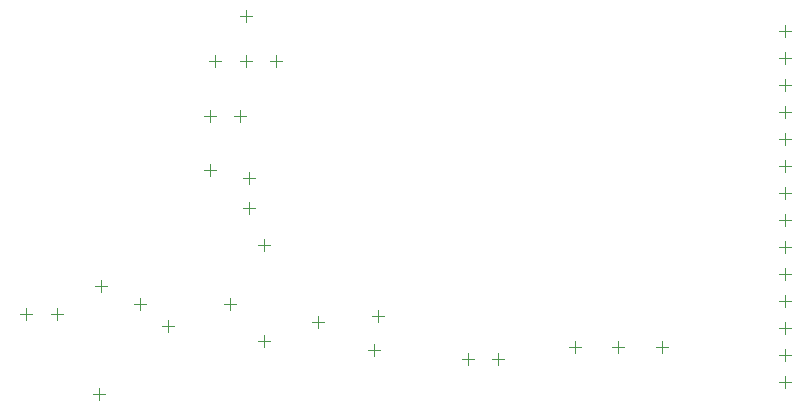
<source format=gbr>
G04*
G04 #@! TF.GenerationSoftware,Altium Limited,Altium Designer,24.7.2 (38)*
G04*
G04 Layer_Color=0*
%FSLAX25Y25*%
%MOIN*%
G70*
G04*
G04 #@! TF.SameCoordinates,557B2C77-FFCE-42D9-A2FA-4134FEC932EB*
G04*
G04*
G04 #@! TF.FilePolarity,Positive*
G04*
G01*
G75*
%ADD76C,0.00394*%
D76*
X64500Y40532D02*
Y44469D01*
X62532Y42500D02*
X66469D01*
X212531Y35500D02*
X216469D01*
X214500Y33531D02*
Y37468D01*
X198031Y35500D02*
X201969D01*
X200000Y33531D02*
Y37468D01*
X174500Y29531D02*
Y33468D01*
X172531Y31500D02*
X176469D01*
X96500Y67532D02*
Y71469D01*
X94532Y69500D02*
X98469D01*
X88532Y146000D02*
X92469D01*
X90500Y144032D02*
Y147968D01*
X80000Y129032D02*
Y132968D01*
X78031Y131000D02*
X81968D01*
X41500Y18032D02*
Y21969D01*
X39531Y20000D02*
X43468D01*
X42000Y54031D02*
Y57968D01*
X40031Y56000D02*
X43968D01*
X53031Y50000D02*
X56968D01*
X55000Y48031D02*
Y51968D01*
X15032Y46500D02*
X18969D01*
X17000Y44532D02*
Y48469D01*
X25532Y46500D02*
X29469D01*
X27500Y44532D02*
Y48469D01*
X76531Y94500D02*
X80468D01*
X78500Y92532D02*
Y96469D01*
X76531Y112500D02*
X80468D01*
X78500Y110531D02*
Y114469D01*
X86532Y112500D02*
X90469D01*
X88500Y110531D02*
Y114469D01*
X98532Y131000D02*
X102469D01*
X100500Y129032D02*
Y132968D01*
X162531Y31500D02*
X166469D01*
X164500Y29531D02*
Y33468D01*
X229000Y33531D02*
Y37468D01*
X227031Y35500D02*
X230968D01*
X94532Y37500D02*
X98469D01*
X96500Y35531D02*
Y39469D01*
X83031Y50000D02*
X86968D01*
X85000Y48031D02*
Y51968D01*
X133000Y32531D02*
Y36468D01*
X131032Y34500D02*
X134968D01*
X134500Y44032D02*
Y47969D01*
X132531Y46000D02*
X136469D01*
X268032Y24000D02*
X271969D01*
X270000Y22031D02*
Y25969D01*
X268032Y42000D02*
X271969D01*
X270000Y40031D02*
Y43968D01*
X268032Y33000D02*
X271969D01*
X270000Y31032D02*
Y34969D01*
X268032Y51000D02*
X271969D01*
X270000Y49031D02*
Y52969D01*
X268032Y60000D02*
X271969D01*
X270000Y58031D02*
Y61968D01*
X268032Y69000D02*
X271969D01*
X270000Y67032D02*
Y70969D01*
X268032Y78000D02*
X271969D01*
X270000Y76032D02*
Y79969D01*
X267988Y96000D02*
X271925D01*
X269957Y94032D02*
Y97969D01*
X268032Y87000D02*
X271969D01*
X270000Y85031D02*
Y88968D01*
Y130032D02*
Y133968D01*
X268032Y132000D02*
X271969D01*
X268032Y141000D02*
X271969D01*
X270000Y139032D02*
Y142968D01*
X268032Y123000D02*
X271969D01*
X270000Y121031D02*
Y124969D01*
X268032Y114000D02*
X271969D01*
X270000Y112031D02*
Y115969D01*
X268032Y105000D02*
X271969D01*
X270000Y103032D02*
Y106968D01*
X90500Y129032D02*
Y132968D01*
X88532Y131000D02*
X92469D01*
X89531Y82000D02*
X93468D01*
X91500Y80032D02*
Y83969D01*
X89531Y92000D02*
X93468D01*
X91500Y90031D02*
Y93968D01*
X114500Y42031D02*
Y45968D01*
X112531Y44000D02*
X116469D01*
M02*

</source>
